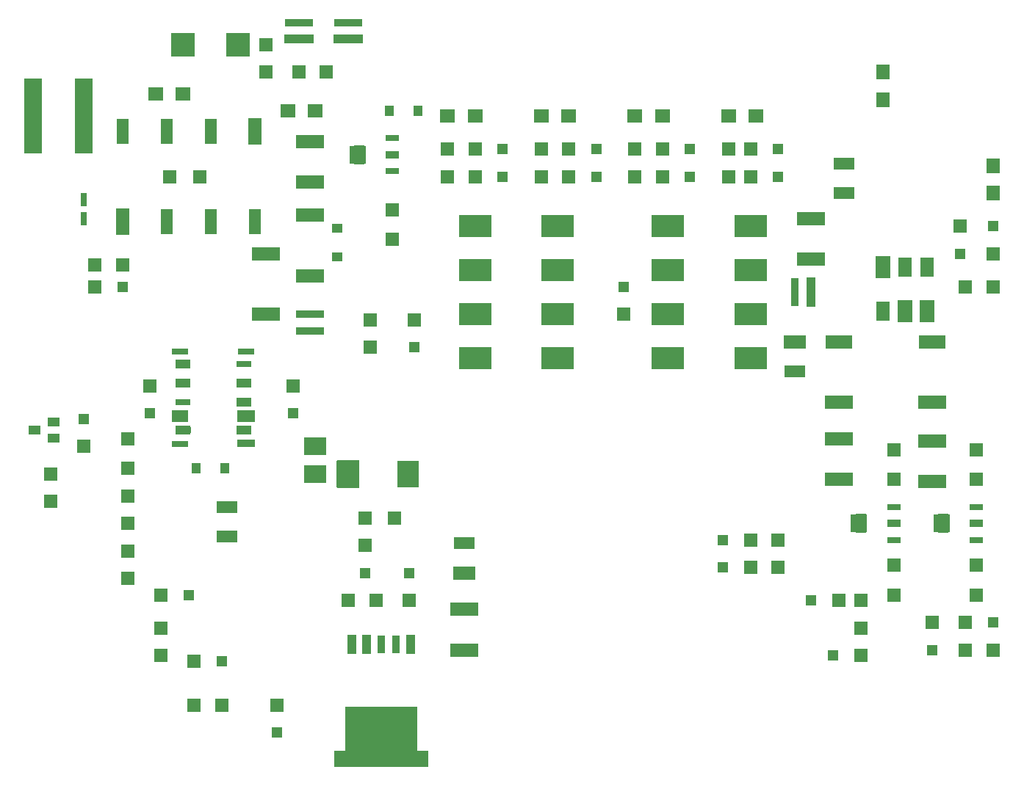
<source format=gtp>
*%FSLAX24Y24*%
*%MOIN*%
G01*
%ADD11C,0.0000*%
%ADD12C,0.0050*%
%ADD13C,0.0060*%
%ADD14C,0.0070*%
%ADD15C,0.0073*%
%ADD16C,0.0079*%
%ADD17C,0.0080*%
%ADD18C,0.0098*%
%ADD19C,0.0100*%
%ADD20C,0.0120*%
%ADD21C,0.0160*%
%ADD22C,0.0160*%
%ADD23C,0.0197*%
%ADD24C,0.0200*%
%ADD25C,0.0200*%
%ADD26C,0.0240*%
%ADD27C,0.0250*%
%ADD28C,0.0280*%
%ADD29C,0.0300*%
%ADD30C,0.0300*%
%ADD31C,0.0320*%
%ADD32C,0.0340*%
%ADD33C,0.0360*%
%ADD34C,0.0380*%
%ADD35C,0.0394*%
%ADD36C,0.0397*%
%ADD37C,0.0400*%
%ADD38C,0.0400*%
%ADD39C,0.0430*%
%ADD40C,0.0434*%
%ADD41C,0.0440*%
%ADD42C,0.0480*%
%ADD43C,0.0500*%
%ADD44C,0.0500*%
%ADD45C,0.0520*%
%ADD46C,0.0540*%
%ADD47C,0.0560*%
%ADD48C,0.0580*%
%ADD49C,0.0600*%
%ADD50C,0.0600*%
%ADD51C,0.0620*%
%ADD52C,0.0630*%
%ADD53C,0.0640*%
%ADD54C,0.0650*%
%ADD55C,0.0660*%
%ADD56C,0.0670*%
%ADD57C,0.0680*%
%ADD58C,0.0700*%
%ADD59C,0.0720*%
%ADD60C,0.0740*%
%ADD61C,0.0750*%
%ADD62C,0.0760*%
%ADD63C,0.0800*%
%ADD64C,0.0827*%
%ADD65C,0.0840*%
%ADD66C,0.0850*%
%ADD67C,0.0870*%
%ADD68C,0.0900*%
%ADD69C,0.1000*%
%ADD70C,0.1040*%
%ADD71C,0.1417*%
%ADD72C,0.1500*%
%ADD73C,0.1540*%
%ADD74C,0.2417*%
%ADD75R,0.0200X0.0200*%
%ADD76R,0.0200X0.0400*%
%ADD77R,0.0300X0.0250*%
%ADD78R,0.0300X0.0300*%
%ADD79R,0.0300X0.0600*%
%ADD80R,0.0340X0.0640*%
%ADD81R,0.0350X0.0550*%
%ADD82R,0.0350X0.0800*%
%ADD83R,0.0360X0.1300*%
%ADD84R,0.0400X0.0400*%
%ADD85R,0.0400X0.0500*%
%ADD86R,0.0400X0.1350*%
%ADD87R,0.0420X0.0850*%
%ADD88R,0.0440X0.0540*%
%ADD89R,0.0440X0.1390*%
%ADD90R,0.0460X0.0890*%
%ADD91R,0.0500X0.0200*%
%ADD92R,0.0500X0.0400*%
%ADD93R,0.0500X0.0500*%
%ADD94R,0.0500X0.0500*%
%ADD95R,0.0500X0.0850*%
%ADD96R,0.0540X0.0440*%
%ADD97R,0.0540X0.0890*%
%ADD98R,0.0540X0.1140*%
%ADD99R,0.0550X0.0350*%
%ADD100R,0.0551X0.0394*%
%ADD101R,0.0551X0.1417*%
%ADD102R,0.0560X0.0320*%
%ADD103R,0.0591X0.0434*%
%ADD104R,0.0600X0.0280*%
%ADD105R,0.0600X0.0360*%
%ADD106R,0.0600X0.0600*%
%ADD107R,0.0600X0.0600*%
%ADD108R,0.0600X0.0700*%
%ADD109R,0.0600X0.0900*%
%ADD110R,0.0600X0.1200*%
%ADD111R,0.0620X0.0620*%
%ADD112R,0.0640X0.0320*%
%ADD113R,0.0640X0.0400*%
%ADD114R,0.0640X0.0640*%
%ADD115R,0.0640X0.0740*%
%ADD116R,0.0640X0.1240*%
%ADD117R,0.0650X0.0200*%
%ADD118R,0.0650X0.0300*%
%ADD119R,0.0650X0.0550*%
%ADD120R,0.0660X0.0660*%
%ADD121R,0.0700X0.0300*%
%ADD122R,0.0700X0.0340*%
%ADD123R,0.0700X0.0350*%
%ADD124R,0.0700X0.0600*%
%ADD125R,0.0700X0.0700*%
%ADD126R,0.0700X0.0700*%
%ADD127R,0.0700X0.1000*%
%ADD128R,0.0709X0.0394*%
%ADD129R,0.0740X0.0640*%
%ADD130R,0.0740X0.0740*%
%ADD131R,0.0740X0.1040*%
%ADD132R,0.0749X0.0434*%
%ADD133R,0.0750X0.0300*%
%ADD134R,0.0750X0.0400*%
%ADD135R,0.0750X0.0550*%
%ADD136R,0.0750X0.0800*%
%ADD137R,0.0760X0.0760*%
%ADD138R,0.0800X0.0350*%
%ADD139R,0.0800X0.0550*%
%ADD140R,0.0800X0.0800*%
%ADD141R,0.0800X0.3400*%
%ADD142R,0.0827X0.0394*%
%ADD143R,0.0827X0.0591*%
%ADD144R,0.0840X0.0840*%
%ADD145R,0.0867X0.0434*%
%ADD146R,0.0867X0.0631*%
%ADD147R,0.0900X0.0900*%
%ADD148R,0.0900X0.3500*%
%ADD149R,0.0940X0.3540*%
%ADD150R,0.0950X0.1200*%
%ADD151R,0.0960X0.0540*%
%ADD152R,0.0960X0.1220*%
%ADD153R,0.0984X0.1260*%
%ADD154R,0.1000X0.0600*%
%ADD155R,0.1000X0.0800*%
%ADD156R,0.1000X0.1000*%
%ADD157R,0.1000X0.1000*%
%ADD158R,0.1000X0.1200*%
%ADD159R,0.1000X0.1250*%
%ADD160R,0.1040X0.0640*%
%ADD161R,0.1040X0.0840*%
%ADD162R,0.1040X0.1040*%
%ADD163R,0.1040X0.1290*%
%ADD164R,0.1100X0.1100*%
%ADD165R,0.1102X0.0394*%
%ADD166R,0.1200X0.0600*%
%ADD167R,0.1200X0.1200*%
%ADD168R,0.1250X0.0600*%
%ADD169R,0.1250X0.0800*%
%ADD170R,0.1250X0.1250*%
%ADD171R,0.1250X0.1250*%
%ADD172R,0.1260X0.0591*%
%ADD173R,0.1290X0.0640*%
%ADD174R,0.1290X0.1290*%
%ADD175R,0.1300X0.0631*%
%ADD176R,0.1300X0.0360*%
%ADD177R,0.1350X0.0400*%
%ADD178R,0.1390X0.0440*%
%ADD179R,0.1500X0.1000*%
%ADD180R,0.1500X0.1500*%
%ADD181R,0.1540X0.1040*%
%ADD182R,0.1540X0.1540*%
%ADD183R,0.1600X0.0200*%
%ADD184R,0.1600X0.2400*%
%ADD185R,0.1700X0.1700*%
%ADD186R,0.1900X0.1900*%
%ADD187R,0.2000X0.2000*%
%ADD188R,0.2100X0.2100*%
%ADD189R,0.2200X0.2200*%
%ADD190R,0.2300X0.2300*%
%ADD191R,0.2500X0.0500*%
%ADD192R,0.2750X0.0500*%
%ADD193R,0.3000X0.3000*%
%ADD194R,0.3300X0.2750*%
%ADD195R,0.3340X0.2790*%
%ADD196R,0.4250X0.0750*%
%ADD197R,0.4290X0.0790*%
D79*
X32800Y54950D02*
D03*
Y55800D02*
D03*
D82*
X46295Y35600D02*
D03*
X44975D02*
D03*
X45625D02*
D03*
X46975D02*
D03*
X47625D02*
D03*
D83*
X65050Y51600D02*
D03*
X65800D02*
D03*
D85*
X37900Y43600D02*
D03*
X39200D02*
D03*
X47950Y59850D02*
D03*
X46650D02*
D03*
D86*
X65800Y51600D02*
D03*
D87*
X44960Y35600D02*
D03*
X45630D02*
D03*
X47640D02*
D03*
D92*
X44300Y54500D02*
D03*
Y53200D02*
D03*
D93*
X41550Y31600D02*
D03*
Y32850D02*
D03*
X35800Y47350D02*
D03*
Y46100D02*
D03*
X33300Y52850D02*
D03*
X34550D02*
D03*
X33300Y51850D02*
D03*
X34550D02*
D03*
X47800Y50350D02*
D03*
Y49100D02*
D03*
X45800Y50350D02*
D03*
Y49100D02*
D03*
X74050Y51850D02*
D03*
X72800D02*
D03*
X74050Y53350D02*
D03*
Y54600D02*
D03*
X72550Y53350D02*
D03*
Y54600D02*
D03*
X61800Y39100D02*
D03*
X63050D02*
D03*
X61800Y40350D02*
D03*
X63050D02*
D03*
X64300Y39100D02*
D03*
Y40350D02*
D03*
X71300Y35350D02*
D03*
Y36600D02*
D03*
X72800D02*
D03*
Y35350D02*
D03*
X74050Y36600D02*
D03*
Y35350D02*
D03*
X68050Y35100D02*
D03*
X66800D02*
D03*
X68050Y37600D02*
D03*
Y36350D02*
D03*
X67050Y37600D02*
D03*
X65800D02*
D03*
X47550Y38850D02*
D03*
Y37600D02*
D03*
X57300Y51850D02*
D03*
Y50600D02*
D03*
X62050Y58100D02*
D03*
Y56850D02*
D03*
X64300D02*
D03*
X63050D02*
D03*
X64300Y58100D02*
D03*
X63050D02*
D03*
X60300D02*
D03*
X59050D02*
D03*
X60300Y56850D02*
D03*
X59050D02*
D03*
X57800Y58100D02*
D03*
Y56850D02*
D03*
X53550Y58100D02*
D03*
Y56850D02*
D03*
X56050D02*
D03*
X54800D02*
D03*
X56050Y58100D02*
D03*
X54800D02*
D03*
X51800D02*
D03*
X50550D02*
D03*
X51800Y56850D02*
D03*
X50550D02*
D03*
X49300Y58100D02*
D03*
Y56850D02*
D03*
X42300Y46100D02*
D03*
Y47350D02*
D03*
X45550Y40100D02*
D03*
Y38850D02*
D03*
X46050Y37600D02*
D03*
X44800D02*
D03*
X31300Y43350D02*
D03*
Y42100D02*
D03*
X32800Y45850D02*
D03*
Y44600D02*
D03*
X34800Y42350D02*
D03*
Y41100D02*
D03*
Y39850D02*
D03*
Y38600D02*
D03*
X37550Y37850D02*
D03*
X36300D02*
D03*
Y36350D02*
D03*
Y35100D02*
D03*
X39050Y34850D02*
D03*
X37800D02*
D03*
X39050Y32850D02*
D03*
X37800D02*
D03*
D95*
X71800Y41100D02*
D03*
X68050D02*
D03*
X45300Y57850D02*
D03*
D98*
X40550Y58900D02*
D03*
X38550D02*
D03*
X34550D02*
D03*
X36550D02*
D03*
X34550Y54800D02*
D03*
X36550D02*
D03*
X38550D02*
D03*
X40550D02*
D03*
D100*
X31416Y45724D02*
D03*
X30550Y45350D02*
D03*
X31416Y44976D02*
D03*
D102*
X73300Y41100D02*
D03*
X69550D02*
D03*
X46800Y57850D02*
D03*
D104*
X73300Y41850D02*
D03*
Y40350D02*
D03*
X69550Y41850D02*
D03*
Y40350D02*
D03*
X46800Y58600D02*
D03*
Y57100D02*
D03*
D105*
X73300Y41100D02*
D03*
X69550D02*
D03*
X46800Y57850D02*
D03*
D106*
X41550Y32850D02*
D03*
X35800Y47350D02*
D03*
X34550Y52850D02*
D03*
X33300D02*
D03*
Y51850D02*
D03*
X47800Y50350D02*
D03*
X45800Y49100D02*
D03*
Y50350D02*
D03*
X73300Y37850D02*
D03*
Y39200D02*
D03*
Y43100D02*
D03*
Y44450D02*
D03*
X72800Y51850D02*
D03*
X74050D02*
D03*
Y53350D02*
D03*
X72550Y54600D02*
D03*
X63050Y39100D02*
D03*
Y40350D02*
D03*
X64300D02*
D03*
Y39100D02*
D03*
X69550Y43100D02*
D03*
Y44450D02*
D03*
Y37850D02*
D03*
Y39200D02*
D03*
X71300Y36600D02*
D03*
X72800Y35350D02*
D03*
Y36600D02*
D03*
X74050Y35350D02*
D03*
X68050Y35100D02*
D03*
Y36350D02*
D03*
Y37600D02*
D03*
X67050D02*
D03*
X47550D02*
D03*
X57300Y50600D02*
D03*
X62050Y56850D02*
D03*
Y58100D02*
D03*
X63050Y56850D02*
D03*
Y58100D02*
D03*
X59050D02*
D03*
Y56850D02*
D03*
X57800D02*
D03*
Y58100D02*
D03*
X53550Y56850D02*
D03*
Y58100D02*
D03*
X54800Y56850D02*
D03*
Y58100D02*
D03*
X50550D02*
D03*
Y56850D02*
D03*
X49300D02*
D03*
Y58100D02*
D03*
X38050Y56850D02*
D03*
X36700D02*
D03*
X41050Y61600D02*
D03*
Y62850D02*
D03*
X43800Y61600D02*
D03*
X42550D02*
D03*
X46800Y55350D02*
D03*
Y54000D02*
D03*
X42300Y47350D02*
D03*
X45550Y41350D02*
D03*
X46900D02*
D03*
X45550Y40100D02*
D03*
X44800Y37600D02*
D03*
X46050D02*
D03*
X31300Y42100D02*
D03*
Y43350D02*
D03*
X32800Y44600D02*
D03*
X34800Y43600D02*
D03*
Y44950D02*
D03*
Y41100D02*
D03*
Y42350D02*
D03*
Y38600D02*
D03*
Y39850D02*
D03*
X36300Y37850D02*
D03*
Y35100D02*
D03*
Y36350D02*
D03*
X37800Y34850D02*
D03*
Y32850D02*
D03*
X39050D02*
D03*
D108*
X69050Y61600D02*
D03*
Y60350D02*
D03*
X74050Y57350D02*
D03*
Y56100D02*
D03*
D109*
X71050Y50750D02*
D03*
X70050D02*
D03*
X69050D02*
D03*
X71050Y52750D02*
D03*
X70050D02*
D03*
X69050D02*
D03*
D110*
X34550Y54800D02*
D03*
X40550Y58900D02*
D03*
D118*
X37325Y45350D02*
D03*
D121*
X40050D02*
D03*
Y46600D02*
D03*
Y48350D02*
D03*
X37300D02*
D03*
Y46600D02*
D03*
D122*
X40050Y47480D02*
D03*
D123*
X37300Y47475D02*
D03*
D124*
X63300Y59600D02*
D03*
X62050D02*
D03*
X59050D02*
D03*
X57800D02*
D03*
X54800D02*
D03*
X53550D02*
D03*
X50550D02*
D03*
X49300D02*
D03*
X36050Y60600D02*
D03*
X37300D02*
D03*
X42050Y59850D02*
D03*
X43300D02*
D03*
D127*
X69050Y52750D02*
D03*
X71050Y50750D02*
D03*
X70050D02*
D03*
D128*
X37294Y48342D02*
D03*
Y47476D02*
D03*
Y45350D02*
D03*
X40050D02*
D03*
Y47476D02*
D03*
Y46610D02*
D03*
D133*
X40175Y48900D02*
D03*
X37175D02*
D03*
Y44700D02*
D03*
D135*
Y45975D02*
D03*
D136*
X71725Y41100D02*
D03*
X67975D02*
D03*
X45225Y57850D02*
D03*
D138*
X40150Y44725D02*
D03*
D139*
Y45975D02*
D03*
D141*
X30500Y59600D02*
D03*
X32800D02*
D03*
D150*
X47525Y43350D02*
D03*
D151*
X39300Y40500D02*
D03*
Y41850D02*
D03*
X67300Y57450D02*
D03*
Y56100D02*
D03*
X65050Y48000D02*
D03*
Y49350D02*
D03*
X50050Y40200D02*
D03*
Y38850D02*
D03*
D152*
X47500Y43350D02*
D03*
X44800D02*
D03*
D154*
X65050Y49350D02*
D03*
X50050Y38850D02*
D03*
D155*
X43300Y44600D02*
D03*
Y43350D02*
D03*
D158*
X44750D02*
D03*
D159*
X44800D02*
D03*
D164*
X37300Y62850D02*
D03*
X39800D02*
D03*
D166*
X41050Y53350D02*
D03*
Y50600D02*
D03*
X71300Y46600D02*
D03*
Y49350D02*
D03*
X67050D02*
D03*
Y46600D02*
D03*
X43050Y55100D02*
D03*
Y52350D02*
D03*
D168*
X71300Y43000D02*
D03*
Y44850D02*
D03*
X65800Y53100D02*
D03*
Y54950D02*
D03*
X67050Y44950D02*
D03*
Y43100D02*
D03*
X50050Y37200D02*
D03*
Y35350D02*
D03*
X43050Y58450D02*
D03*
Y56600D02*
D03*
D172*
X41050Y50600D02*
D03*
Y53350D02*
D03*
X71300Y46600D02*
D03*
X67050D02*
D03*
X43050Y52350D02*
D03*
Y55100D02*
D03*
D176*
X42550Y63850D02*
D03*
Y63100D02*
D03*
X44800Y63850D02*
D03*
Y63100D02*
D03*
X43050Y49850D02*
D03*
Y50600D02*
D03*
D177*
X42550Y63100D02*
D03*
X44800D02*
D03*
D179*
X50550Y54600D02*
D03*
Y52600D02*
D03*
Y50600D02*
D03*
Y48600D02*
D03*
X54300D02*
D03*
Y50600D02*
D03*
Y52600D02*
D03*
Y54600D02*
D03*
X50550Y50600D02*
D03*
X54300Y54600D02*
D03*
X50550D02*
D03*
X59300D02*
D03*
Y52600D02*
D03*
Y50600D02*
D03*
Y48600D02*
D03*
X63050D02*
D03*
Y50600D02*
D03*
Y52600D02*
D03*
Y54600D02*
D03*
X59300Y50600D02*
D03*
X63050Y54600D02*
D03*
X59300D02*
D03*
D194*
X46300Y31400D02*
D03*
D196*
Y30400D02*
D03*
M02*

</source>
